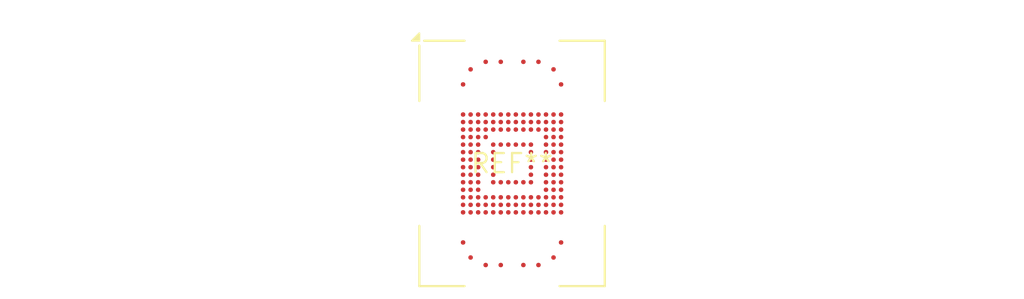
<source format=kicad_pcb>
(kicad_pcb (version 20240108) (generator pcbnew)
  (layers (0 "F.Cu" signal) (31 "B.Cu" signal) (34 "B.Paste" user) (35 "F.Paste" user) (36 "B.SilkS" user "B.Silkscreen") (37 "F.SilkS" user "F.Silkscreen") (38 "B.Mask" user) (39 "F.Mask" user) (44 "Edge.Cuts" user))
  (net 0 "")
  (footprint "LFBGA-169_16x12mm_Layout28x14_P0.5mm_Ball0.3_Pad0.3mm_NSMD" (layer "F.Cu") (at 0 0)
    (property "Reference" "REF**")
    (property "Value" "LFBGA-169_16x12mm_Layout28x14_P0.5mm_Ball0.3_Pad0.3mm_NSMD")
    (fp_line (start -6.15 -7.83) (end -6.15 -4.15) (layer "F.SilkS") (stroke (width 0.15)))
    (fp_line (start -6.15 8.15) (end -6.15 4.15) (layer "F.SilkS") (stroke (width 0.15)))
    (fp_line (start -5.83 -8.15) (end -3.15 -8.15) (layer "F.SilkS") (stroke (width 0.15)))
    (fp_line (start -3.15 8.15) (end -6.15 8.15) (layer "F.SilkS") (stroke (width 0.15)))
    (fp_line (start 3.15 -8.15) (end 6.15 -8.15) (layer "F.SilkS") (stroke (width 0.15)))
    (fp_line (start 3.15 8.15) (end 6.15 8.15) (layer "F.SilkS") (stroke (width 0.15)))
    (fp_line (start 6.15 -8.15) (end 6.15 -4.15) (layer "F.SilkS") (stroke (width 0.15)))
    (fp_line (start 6.15 8.15) (end 6.15 4.15) (layer "F.SilkS") (stroke (width 0.15)))
    (fp_poly (pts (xy -6.15 -8.15) (xy -6.65 -8.15) (xy -6.15 -8.65) (xy -6.15 -8.15)) (layer "F.SilkS") (stroke (width 0.12)) (fill solid))
    (pad "A4" smd circle (at -1.75 -6.75) (size 0.3 0.3) (property pad_prop_bga) (layers "F.Cu" "F.Paste" "F.Mask"))
    (pad "A6" smd circle (at -0.75 -6.75) (size 0.3 0.3) (property pad_prop_bga) (layers "F.Cu" "F.Paste" "F.Mask"))
    (pad "A9" smd circle (at 0.75 -6.75) (size 0.3 0.3) (property pad_prop_bga) (layers "F.Cu" "F.Paste" "F.Mask"))
    (pad "A11" smd circle (at 1.75 -6.75) (size 0.3 0.3) (property pad_prop_bga) (layers "F.Cu" "F.Paste" "F.Mask"))
    (pad "AA1" smd circle (at -3.25 3.25) (size 0.3 0.3) (property pad_prop_bga) (layers "F.Cu" "F.Paste" "F.Mask"))
    (pad "AA2" smd circle (at -2.75 3.25) (size 0.3 0.3) (property pad_prop_bga) (layers "F.Cu" "F.Paste" "F.Mask"))
    (pad "AA3" smd circle (at -2.25 3.25) (size 0.3 0.3) (property pad_prop_bga) (layers "F.Cu" "F.Paste" "F.Mask"))
    (pad "AA4" smd circle (at -1.75 3.25) (size 0.3 0.3) (property pad_prop_bga) (layers "F.Cu" "F.Paste" "F.Mask"))
    (pad "AA5" smd circle (at -1.25 3.25) (size 0.3 0.3) (property pad_prop_bga) (layers "F.Cu" "F.Paste" "F.Mask"))
    (pad "AA6" smd circle (at -0.75 3.25) (size 0.3 0.3) (property pad_prop_bga) (layers "F.Cu" "F.Paste" "F.Mask"))
    (pad "AA7" smd circle (at -0.25 3.25) (size 0.3 0.3) (property pad_prop_bga) (layers "F.Cu" "F.Paste" "F.Mask"))
    (pad "AA8" smd circle (at 0.25 3.25) (size 0.3 0.3) (property pad_prop_bga) (layers "F.Cu" "F.Paste" "F.Mask"))
    (pad "AA9" smd circle (at 0.75 3.25) (size 0.3 0.3) (property pad_prop_bga) (layers "F.Cu" "F.Paste" "F.Mask"))
    (pad "AA10" smd circle (at 1.25 3.25) (size 0.3 0.3) (property pad_prop_bga) (layers "F.Cu" "F.Paste" "F.Mask"))
    (pad "AA11" smd circle (at 1.75 3.25) (size 0.3 0.3) (property pad_prop_bga) (layers "F.Cu" "F.Paste" "F.Mask"))
    (pad "AA12" smd circle (at 2.25 3.25) (size 0.3 0.3) (property pad_prop_bga) (layers "F.Cu" "F.Paste" "F.Mask"))
    (pad "AA13" smd circle (at 2.75 3.25) (size 0.3 0.3) (property pad_prop_bga) (layers "F.Cu" "F.Paste" "F.Mask"))
    (pad "AA14" smd circle (at 3.25 3.25) (size 0.3 0.3) (property pad_prop_bga) (layers "F.Cu" "F.Paste" "F.Mask"))
    (pad "AE1" smd circle (at -3.25 5.25) (size 0.3 0.3) (property pad_prop_bga) (layers "F.Cu" "F.Paste" "F.Mask"))
    (pad "AE14" smd circle (at 3.25 5.25) (size 0.3 0.3) (property pad_prop_bga) (layers "F.Cu" "F.Paste" "F.Mask"))
    (pad "AG2" smd circle (at -2.75 6.25) (size 0.3 0.3) (property pad_prop_bga) (layers "F.Cu" "F.Paste" "F.Mask"))
    (pad "AG13" smd circle (at 2.75 6.25) (size 0.3 0.3) (property pad_prop_bga) (layers "F.Cu" "F.Paste" "F.Mask"))
    (pad "AH4" smd circle (at -1.75 6.75) (size 0.3 0.3) (property pad_prop_bga) (layers "F.Cu" "F.Paste" "F.Mask"))
    (pad "AH6" smd circle (at -0.75 6.75) (size 0.3 0.3) (property pad_prop_bga) (layers "F.Cu" "F.Paste" "F.Mask"))
    (pad "AH9" smd circle (at 0.75 6.75) (size 0.3 0.3) (property pad_prop_bga) (layers "F.Cu" "F.Paste" "F.Mask"))
    (pad "AH11" smd circle (at 1.75 6.75) (size 0.3 0.3) (property pad_prop_bga) (layers "F.Cu" "F.Paste" "F.Mask"))
    (pad "B2" smd circle (at -2.75 -6.25) (size 0.3 0.3) (property pad_prop_bga) (layers "F.Cu" "F.Paste" "F.Mask"))
    (pad "B13" smd circle (at 2.75 -6.25) (size 0.3 0.3) (property pad_prop_bga) (layers "F.Cu" "F.Paste" "F.Mask"))
    (pad "D1" smd circle (at -3.25 -5.25) (size 0.3 0.3) (property pad_prop_bga) (layers "F.Cu" "F.Paste" "F.Mask"))
    (pad "D14" smd circle (at 3.25 -5.25) (size 0.3 0.3) (property pad_prop_bga) (layers "F.Cu" "F.Paste" "F.Mask"))
    (pad "H1" smd circle (at -3.25 -3.25) (size 0.3 0.3) (property pad_prop_bga) (layers "F.Cu" "F.Paste" "F.Mask"))
    (pad "H2" smd circle (at -2.75 -3.25) (size 0.3 0.3) (property pad_prop_bga) (layers "F.Cu" "F.Paste" "F.Mask"))
    (pad "H3" smd circle (at -2.25 -3.25) (size 0.3 0.3) (property pad_prop_bga) (layers "F.Cu" "F.Paste" "F.Mask"))
    (pad "H4" smd circle (at -1.75 -3.25) (size 0.3 0.3) (property pad_prop_bga) (layers "F.Cu" "F.Paste" "F.Mask"))
    (pad "H5" smd circle (at -1.25 -3.25) (size 0.3 0.3) (property pad_prop_bga) (layers "F.Cu" "F.Paste" "F.Mask"))
    (pad "H6" smd circle (at -0.75 -3.25) (size 0.3 0.3) (property pad_prop_bga) (layers "F.Cu" "F.Paste" "F.Mask"))
    (pad "H7" smd circle (at -0.25 -3.25) (size 0.3 0.3) (property pad_prop_bga) (layers "F.Cu" "F.Paste" "F.Mask"))
    (pad "H8" smd circle (at 0.25 -3.25) (size 0.3 0.3) (property pad_prop_bga) (layers "F.Cu" "F.Paste" "F.Mask"))
    (pad "H9" smd circle (at 0.75 -3.25) (size 0.3 0.3) (property pad_prop_bga) (layers "F.Cu" "F.Paste" "F.Mask"))
    (pad "H10" smd circle (at 1.25 -3.25) (size 0.3 0.3) (property pad_prop_bga) (layers "F.Cu" "F.Paste" "F.Mask"))
    (pad "H11" smd circle (at 1.75 -3.25) (size 0.3 0.3) (property pad_prop_bga) (layers "F.Cu" "F.Paste" "F.Mask"))
    (pad "H12" smd circle (at 2.25 -3.25) (size 0.3 0.3) (property pad_prop_bga) (layers "F.Cu" "F.Paste" "F.Mask"))
    (pad "H13" smd circle (at 2.75 -3.25) (size 0.3 0.3) (property pad_prop_bga) (layers "F.Cu" "F.Paste" "F.Mask"))
    (pad "H14" smd circle (at 3.25 -3.25) (size 0.3 0.3) (property pad_prop_bga) (layers "F.Cu" "F.Paste" "F.Mask"))
    (pad "J1" smd circle (at -3.25 -2.75) (size 0.3 0.3) (property pad_prop_bga) (layers "F.Cu" "F.Paste" "F.Mask"))
    (pad "J2" smd circle (at -2.75 -2.75) (size 0.3 0.3) (property pad_prop_bga) (layers "F.Cu" "F.Paste" "F.Mask"))
    (pad "J3" smd circle (at -2.25 -2.75) (size 0.3 0.3) (property pad_prop_bga) (layers "F.Cu" "F.Paste" "F.Mask"))
    (pad "J4" smd circle (at -1.75 -2.75) (size 0.3 0.3) (property pad_prop_bga) (layers "F.Cu" "F.Paste" "F.Mask"))
    (pad "J5" smd circle (at -1.25 -2.75) (size 0.3 0.3) (property pad_prop_bga) (layers "F.Cu" "F.Paste" "F.Mask"))
    (pad "J6" smd circle (at -0.75 -2.75) (size 0.3 0.3) (property pad_prop_bga) (layers "F.Cu" "F.Paste" "F.Mask"))
    (pad "J7" smd circle (at -0.25 -2.75) (size 0.3 0.3) (property pad_prop_bga) (layers "F.Cu" "F.Paste" "F.Mask"))
    (pad "J8" smd circle (at 0.25 -2.75) (size 0.3 0.3) (property pad_prop_bga) (layers "F.Cu" "F.Paste" "F.Mask"))
    (pad "J9" smd circle (at 0.75 -2.75) (size 0.3 0.3) (property pad_prop_bga) (layers "F.Cu" "F.Paste" "F.Mask"))
    (pad "J10" smd circle (at 1.25 -2.75) (size 0.3 0.3) (property pad_prop_bga) (layers "F.Cu" "F.Paste" "F.Mask"))
    (pad "J11" smd circle (at 1.75 -2.75) (size 0.3 0.3) (property pad_prop_bga) (layers "F.Cu" "F.Paste" "F.Mask"))
    (pad "J12" smd circle (at 2.25 -2.75) (size 0.3 0.3) (property pad_prop_bga) (layers "F.Cu" "F.Paste" "F.Mask"))
    (pad "J13" smd circle (at 2.75 -2.75) (size 0.3 0.3) (property pad_prop_bga) (layers "F.Cu" "F.Paste" "F.Mask"))
    (pad "J14" smd circle (at 3.25 -2.75) (size 0.3 0.3) (property pad_prop_bga) (layers "F.Cu" "F.Paste" "F.Mask"))
    (pad "K1" smd circle (at -3.25 -2.25) (size 0.3 0.3) (property pad_prop_bga) (layers "F.Cu" "F.Paste" "F.Mask"))
    (pad "K2" smd circle (at -2.75 -2.25) (size 0.3 0.3) (property pad_prop_bga) (layers "F.Cu" "F.Paste" "F.Mask"))
    (pad "K3" smd circle (at -2.25 -2.25) (size 0.3 0.3) (property pad_prop_bga) (layers "F.Cu" "F.Paste" "F.Mask"))
    (pad "K4" smd circle (at -1.75 -2.25) (size 0.3 0.3) (property pad_prop_bga) (layers "F.Cu" "F.Paste" "F.Mask"))
    (pad "K5" smd circle (at -1.25 -2.25) (size 0.3 0.3) (property pad_prop_bga) (layers "F.Cu" "F.Paste" "F.Mask"))
    (pad "K6" smd circle (at -0.75 -2.25) (size 0.3 0.3) (property pad_prop_bga) (layers "F.Cu" "F.Paste" "F.Mask"))
    (pad "K7" smd circle (at -0.25 -2.25) (size 0.3 0.3) (property pad_prop_bga) (layers "F.Cu" "F.Paste" "F.Mask"))
    (pad "K8" smd circle (at 0.25 -2.25) (size 0.3 0.3) (property pad_prop_bga) (layers "F.Cu" "F.Paste" "F.Mask"))
    (pad "K9" smd circle (at 0.75 -2.25) (size 0.3 0.3) (property pad_prop_bga) (layers "F.Cu" "F.Paste" "F.Mask"))
    (pad "K10" smd circle (at 1.25 -2.25) (size 0.3 0.3) (property pad_prop_bga) (layers "F.Cu" "F.Paste" "F.Mask"))
    (pad "K11" smd circle (at 1.75 -2.25) (size 0.3 0.3) (property pad_prop_bga) (layers "F.Cu" "F.Paste" "F.Mask"))
    (pad "K12" smd circle (at 2.25 -2.25) (size 0.3 0.3) (property pad_prop_bga) (layers "F.Cu" "F.Paste" "F.Mask"))
    (pad "K13" smd circle (at 2.75 -2.25) (size 0.3 0.3) (property pad_prop_bga) (layers "F.Cu" "F.Paste" "F.Mask"))
    (pad "K14" smd circle (at 3.25 -2.25) (size 0.3 0.3) (property pad_prop_bga) (layers "F.Cu" "F.Paste" "F.Mask"))
    (pad "L1" smd circle (at -3.25 -1.75) (size 0.3 0.3) (property pad_prop_bga) (layers "F.Cu" "F.Paste" "F.Mask"))
    (pad "L2" smd circle (at -2.75 -1.75) (size 0.3 0.3) (property pad_prop_bga) (layers "F.Cu" "F.Paste" "F.Mask"))
    (pad "L3" smd circle (at -2.25 -1.75) (size 0.3 0.3) (property pad_prop_bga) (layers "F.Cu" "F.Paste" "F.Mask"))
    (pad "L4" smd circle (at -1.75 -1.75) (size 0.3 0.3) (property pad_prop_bga) (layers "F.Cu" "F.Paste" "F.Mask"))
    (pad "L12" smd circle (at 2.25 -1.75) (size 0.3 0.3) (property pad_prop_bga) (layers "F.Cu" "F.Paste" "F.Mask"))
    (pad "L13" smd circle (at 2.75 -1.75) (size 0.3 0.3) (property pad_prop_bga) (layers "F.Cu" "F.Paste" "F.Mask"))
    (pad "L14" smd circle (at 3.25 -1.75) (size 0.3 0.3) (property pad_prop_bga) (layers "F.Cu" "F.Paste" "F.Mask"))
    (pad "M1" smd circle (at -3.25 -1.25) (size 0.3 0.3) (property pad_prop_bga) (layers "F.Cu" "F.Paste" "F.Mask"))
    (pad "M2" smd circle (at -2.75 -1.25) (size 0.3 0.3) (property pad_prop_bga) (layers "F.Cu" "F.Paste" "F.Mask"))
    (pad "M3" smd circle (at -2.25 -1.25) (size 0.3 0.3) (property pad_prop_bga) (layers "F.Cu" "F.Paste" "F.Mask"))
    (pad "M5" smd circle (at -1.25 -1.25) (size 0.3 0.3) (property pad_prop_bga) (layers "F.Cu" "F.Paste" "F.Mask"))
    (pad "M6" smd circle (at -0.75 -1.25) (size 0.3 0.3) (property pad_prop_bga) (layers "F.Cu" "F.Paste" "F.Mask"))
    (pad "M7" smd circle (at -0.25 -1.25) (size 0.3 0.3) (property pad_prop_bga) (layers "F.Cu" "F.Paste" "F.Mask"))
    (pad "M8" smd circle (at 0.25 -1.25) (size 0.3 0.3) (property pad_prop_bga) (layers "F.Cu" "F.Paste" "F.Mask"))
    (pad "M9" smd circle (at 0.75 -1.25) (size 0.3 0.3) (property pad_prop_bga) (layers "F.Cu" "F.Paste" "F.Mask"))
    (pad "M10" smd circle (at 1.25 -1.25) (size 0.3 0.3) (property pad_prop_bga) (layers "F.Cu" "F.Paste" "F.Mask"))
    (pad "M12" smd circle (at 2.25 -1.25) (size 0.3 0.3) (property pad_prop_bga) (layers "F.Cu" "F.Paste" "F.Mask"))
    (pad "M13" smd circle (at 2.75 -1.25) (size 0.3 0.3) (property pad_prop_bga) (layers "F.Cu" "F.Paste" "F.Mask"))
    (pad "M14" smd circle (at 3.25 -1.25) (size 0.3 0.3) (property pad_prop_bga) (layers "F.Cu" "F.Paste" "F.Mask"))
    (pad "N1" smd circle (at -3.25 -0.75) (size 0.3 0.3) (property pad_prop_bga) (layers "F.Cu" "F.Paste" "F.Mask"))
    (pad "N2" smd circle (at -2.75 -0.75) (size 0.3 0.3) (property pad_prop_bga) (layers "F.Cu" "F.Paste" "F.Mask"))
    (pad "N3" smd circle (at -2.25 -0.75) (size 0.3 0.3) (property pad_prop_bga) (layers "F.Cu" "F.Paste" "F.Mask"))
    (pad "N5" smd circle (at -1.25 -0.75) (size 0.3 0.3) (property pad_prop_bga) (layers "F.Cu" "F.Paste" "F.Mask"))
    (pad "N10" smd circle (at 1.25 -0.75) (size 0.3 0.3) (property pad_prop_bga) (layers "F.Cu" "F.Paste" "F.Mask"))
    (pad "N12" smd circle (at 2.25 -0.75) (size 0.3 0.3) (property pad_prop_bga) (layers "F.Cu" "F.Paste" "F.Mask"))
    (pad "N13" smd circle (at 2.75 -0.75) (size 0.3 0.3) (property pad_prop_bga) (layers "F.Cu" "F.Paste" "F.Mask"))
    (pad "N14" smd circle (at 3.25 -0.75) (size 0.3 0.3) (property pad_prop_bga) (layers "F.Cu" "F.Paste" "F.Mask"))
    (pad "P1" smd circle (at -3.25 -0.25) (size 0.3 0.3) (property pad_prop_bga) (layers "F.Cu" "F.Paste" "F.Mask"))
    (pad "P2" smd circle (at -2.75 -0.25) (size 0.3 0.3) (property pad_prop_bga) (layers "F.Cu" "F.Paste" "F.Mask"))
    (pad "P3" smd circle (at -2.25 -0.25) (size 0.3 0.3) (property pad_prop_bga) (layers "F.Cu" "F.Paste" "F.Mask"))
    (pad "P5" smd circle (at -1.25 -0.25) (size 0.3 0.3) (property pad_prop_bga) (layers "F.Cu" "F.Paste" "F.Mask"))
    (pad "P10" smd circle (at 1.25 -0.25) (size 0.3 0.3) (property pad_prop_bga) (layers "F.Cu" "F.Paste" "F.Mask"))
    (pad "P12" smd circle (at 2.25 -0.25) (size 0.3 0.3) (property pad_prop_bga) (layers "F.Cu" "F.Paste" "F.Mask"))
    (pad "P13" smd circle (at 2.75 -0.25) (size 0.3 0.3) (property pad_prop_bga) (layers "F.Cu" "F.Paste" "F.Mask"))
    (pad "P14" smd circle (at 3.25 -0.25) (size 0.3 0.3) (property pad_prop_bga) (layers "F.Cu" "F.Paste" "F.Mask"))
    (pad "R1" smd circle (at -3.25 0.25) (size 0.3 0.3) (property pad_prop_bga) (layers "F.Cu" "F.Paste" "F.Mask"))
    (pad "R2" smd circle (at -2.75 0.25) (size 0.3 0.3) (property pad_prop_bga) (layers "F.Cu" "F.Paste" "F.Mask"))
    (pad "R3" smd circle (at -2.25 0.25) (size 0.3 0.3) (property pad_prop_bga) (layers "F.Cu" "F.Paste" "F.Mask"))
    (pad "R5" smd circle (at -1.25 0.25) (size 0.3 0.3) (property pad_prop_bga) (layers "F.Cu" "F.Paste" "F.Mask"))
    (pad "R10" smd circle (at 1.25 0.25) (size 0.3 0.3) (property pad_prop_bga) (layers "F.Cu" "F.Paste" "F.Mask"))
    (pad "R12" smd circle (at 2.25 0.25) (size 0.3 0.3) (property pad_prop_bga) (layers "F.Cu" "F.Paste" "F.Mask"))
    (pad "R13" smd circle (at 2.75 0.25) (size 0.3 0.3) (property pad_prop_bga) (layers "F.Cu" "F.Paste" "F.Mask"))
    (pad "R14" smd circle (at 3.25 0.25) (size 0.3 0.3) (property pad_prop_bga) (layers "F.Cu" "F.Paste" "F.Mask"))
    (pad "T1" smd circle (at -3.25 0.75) (size 0.3 0.3) (property pad_prop_bga) (layers "F.Cu" "F.Paste" "F.Mask"))
    (pad "T2" smd circle (at -2.75 0.75) (size 0.3 0.3) (property pad_prop_bga) (layers "F.Cu" "F.Paste" "F.Mask"))
    (pad "T3" smd circle (at -2.25 0.75) (size 0.3 0.3) (property pad_prop_bga) (layers "F.Cu" "F.Paste" "F.Mask"))
    (pad "T5" smd circle (at -1.25 0.75) (size 0.3 0.3) (property pad_prop_bga) (layers "F.Cu" "F.Paste" "F.Mask"))
    (pad "T10" smd circle (at 1.25 0.75) (size 0.3 0.3) (property pad_prop_bga) (layers "F.Cu" "F.Paste" "F.Mask"))
    (pad "T12" smd circle (at 2.25 0.75) (size 0.3 0.3) (property pad_prop_bga) (layers "F.Cu" "F.Paste" "F.Mask"))
    (pad "T13" smd circle (at 2.75 0.75) (size 0.3 0.3) (property pad_prop_bga) (layers "F.Cu" "F.Paste" "F.Mask"))
    (pad "T14" smd circle (at 3.25 0.75) (size 0.3 0.3) (property pad_prop_bga) (layers "F.Cu" "F.Paste" "F.Mask"))
    (pad "U1" smd circle (at -3.25 1.25) (size 0.3 0.3) (property pad_prop_bga) (layers "F.Cu" "F.Paste" "F.Mask"))
    (pad "U2" smd circle (at -2.75 1.25) (size 0.3 0.3) (property pad_prop_bga) (layers "F.Cu" "F.Paste" "F.Mask"))
    (pad "U3" smd circle (at -2.25 1.25) (size 0.3 0.3) (property pad_prop_bga) (layers "F.Cu" "F.Paste" "F.Mask"))
    (pad "U5" smd circle (at -1.25 1.25) (size 0.3 0.3) (property pad_prop_bga) (layers "F.Cu" "F.Paste" "F.Mask"))
    (pad "U6" smd circle (at -0.75 1.25) (size 0.3 0.3) (property pad_prop_bga) (layers "F.Cu" "F.Paste" "F.Mask"))
    (pad "U7" smd circle (at -0.25 1.25) (size 0.3 0.3) (property pad_prop_bga) (layers "F.Cu" "F.Paste" "F.Mask"))
    (pad "U8" smd circle (at 0.25 1.25) (size 0.3 0.3) (property pad_prop_bga) (layers "F.Cu" "F.Paste" "F.Mask"))
    (pad "U9" smd circle (at 0.75 1.25) (size 0.3 0.3) (property pad_prop_bga) (layers "F.Cu" "F.Paste" "F.Mask"))
    (pad "U10" smd circle (at 1.25 1.25) (size 0.3 0.3) (property pad_prop_bga) (layers "F.Cu" "F.Paste" "F.Mask"))
    (pad "U12" smd circle (at 2.25 1.25) (size 0.3 0.3) (property pad_prop_bga) (layers "F.Cu" "F.Paste" "F.Mask"))
    (pad "U13" smd circle (at 2.75 1.25) (size 0.3 0.3) (property pad_prop_bga) (layers "F.Cu" "F.Paste" "F.Mask"))
    (pad "U14" smd circle (at 3.25 1.25) (size 0.3 0.3) (property pad_prop_bga) (layers "F.Cu" "F.Paste" "F.Mask"))
    (pad "V1" smd circle (at -3.25 1.75) (size 0.3 0.3) (property pad_prop_bga) (layers "F.Cu" "F.Paste" "F.Mask"))
    (pad "V2" smd circle (at -2.75 1.75) (size 0.3 0.3) (property pad_prop_bga) (layers "F.Cu" "F.Paste" "F.Mask"))
    (pad "V3" smd circle (at -2.25 1.75) (size 0.3 0.3) (property pad_prop_bga) (layers "F.Cu" "F.Paste" "F.Mask"))
    (pad "V12" smd circle (at 2.25 1.75) (size 0.3 0.3) (property pad_prop_bga) (layers "F.Cu" "F.Paste" "F.Mask"))
    (pad "V13" smd circle (at 2.75 1.75) (size 0.3 0.3) (property pad_prop_bga) (layers "F.Cu" "F.Paste" "F.Mask"))
    (pad "V14" smd circle (at 3.25 1.75) (size 0.3 0.3) (property pad_prop_bga) (layers "F.Cu" "F.Paste" "F.Mask"))
    (pad "W1" smd circle (at -3.25 2.25) (size 0.3 0.3) (property pad_prop_bga) (layers "F.Cu" "F.Paste" "F.Mask"))
    (pad "W2" smd circle (at -2.75 2.25) (size 0.3 0.3) (property pad_prop_bga) (layers "F.Cu" "F.Paste" "F.Mask"))
    (pad "W3" smd circle (at -2.25 2.25) (size 0.3 0.3) (property pad_prop_bga) (layers "F.Cu" "F.Paste" "F.Mask"))
    (pad "W4" smd circle (at -1.75 2.25) (size 0.3 0.3) (property pad_prop_bga) (layers "F.Cu" "F.Paste" "F.Mask"))
    (pad "W5" smd circle (at -1.25 2.25) (size 0.3 0.3) (property pad_prop_bga) (layers "F.Cu" "F.Paste" "F.Mask"))
    (pad "W6" smd circle (at -0.75 2.25) (size 0.3 0.3) (property pad_prop_bga) (layers "F.Cu" "F.Paste" "F.Mask"))
    (pad "W7" smd circle (at -0.25 2.25) (size 0.3 0.3) (property pad_prop_bga) (layers "F.Cu" "F.Paste" "F.Mask"))
    (pad "W8" smd circle (at 0.25 2.25) (size 0.3 0.3) (property pad_prop_bga) (layers "F.Cu" "F.Paste" "F.Mask"))
    (pad "W9" smd circle (at 0.75 2.25) (size 0.3 0.3) (property pad_prop_bga) (layers "F.Cu" "F.Paste" "F.Mask"))
    (pad "W10" smd circle (at 1.25 2.25) (size 0.3 0.3) (property pad_prop_bga) (layers "F.Cu" "F.Paste" "F.Mask"))
    (pad "W11" smd circle (at 1.75 2.25) (size 0.3 0.3) (property pad_prop_bga) (layers "F.Cu" "F.Paste" "F.Mask"))
    (pad "W12" smd circle (at 2.25 2.25) (size 0.3 0.3) (property pad_prop_bga) (layers "F.Cu" "F.Paste" "F.Mask"))
    (pad "W13" smd circle (at 2.75 2.25) (size 0.3 0.3) (property pad_prop_bga) (layers "F.Cu" "F.Paste" "F.Mask"))
    (pad "W14" smd circle (at 3.25 2.25) (size 0.3 0.3) (property pad_prop_bga) (layers "F.Cu" "F.Paste" "F.Mask"))
    (pad "Y1" smd circle (at -3.25 2.75) (size 0.3 0.3) (property pad_prop_bga) (layers "F.Cu" "F.Paste" "F.Mask"))
    (pad "Y2" smd circle (at -2.75 2.75) (size 0.3 0.3) (property pad_prop_bga) (layers "F.Cu" "F.Paste" "F.Mask"))
    (pad "Y3" smd circle (at -2.25 2.75) (size 0.3 0.3) (property pad_prop_bga) (layers "F.Cu" "F.Paste" "F.Mask"))
    (pad "Y4" smd circle (at -1.75 2.75) (size 0.3 0.3) (property pad_prop_bga) (layers "F.Cu" "F.Paste" "F.Mask"))
    (pad "Y5" smd circle (at -1.25 2.75) (size 0.3 0.3) (property pad_prop_bga) (layers "F.Cu" "F.Paste" "F.Mask"))
    (pad "Y6" smd circle (at -0.75 2.75) (size 0.3 0.3) (property pad_prop_bga) (layers "F.Cu" "F.Paste" "F.Mask"))
    (pad "Y7" smd circle (at -0.25 2.75) (size 0.3 0.3) (property pad_prop_bga) (layers "F.Cu" "F.Paste" "F.Mask"))
    (pad "Y8" smd circle (at 0.25 2.75) (size 0.3 0.3) (property pad_prop_bga) (layers "F.Cu" "F.Paste" "F.Mask"))
    (pad "Y9" smd circle (at 0.75 2.75) (size 0.3 0.3) (property pad_prop_bga) (layers "F.Cu" "F.Paste" "F.Mask"))
    (pad "Y10" smd circle (at 1.25 2.75) (size 0.3 0.3) (property pad_prop_bga) (layers "F.Cu" "F.Paste" "F.Mask"))
    (pad "Y11" smd circle (at 1.75 2.75) (size 0.3 0.3) (property pad_prop_bga) (layers "F.Cu" "F.Paste" "F.Mask"))
    (pad "Y12" smd circle (at 2.25 2.75) (size 0.3 0.3) (property pad_prop_bga) (layers "F.Cu" "F.Paste" "F.Mask"))
    (pad "Y13" smd circle (at 2.75 2.75) (size 0.3 0.3) (property pad_prop_bga) (layers "F.Cu" "F.Paste" "F.Mask"))
    (pad "Y14" smd circle (at 3.25 2.75) (size 0.3 0.3) (property pad_prop_bga) (layers "F.Cu" "F.Paste" "F.Mask"))
  )
)
</source>
